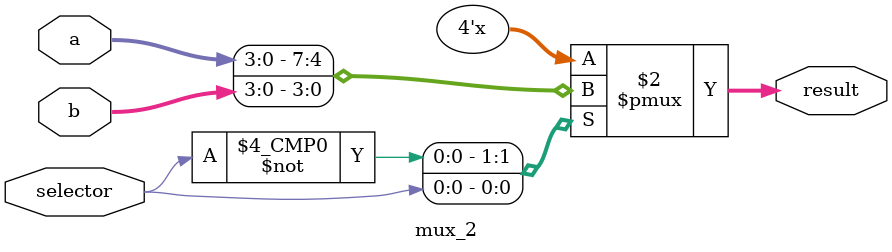
<source format=sv>
module mux_2 #(parameter N=4)(input [N-1:0] a,
									  input [N-1:0] b,
									  input logic selector,
									  output [N-1:0] result);
			
	initial begin
		case (selector)
			0:  result = a;
			1:  result = b;
		endcase
	end
endmodule
</source>
